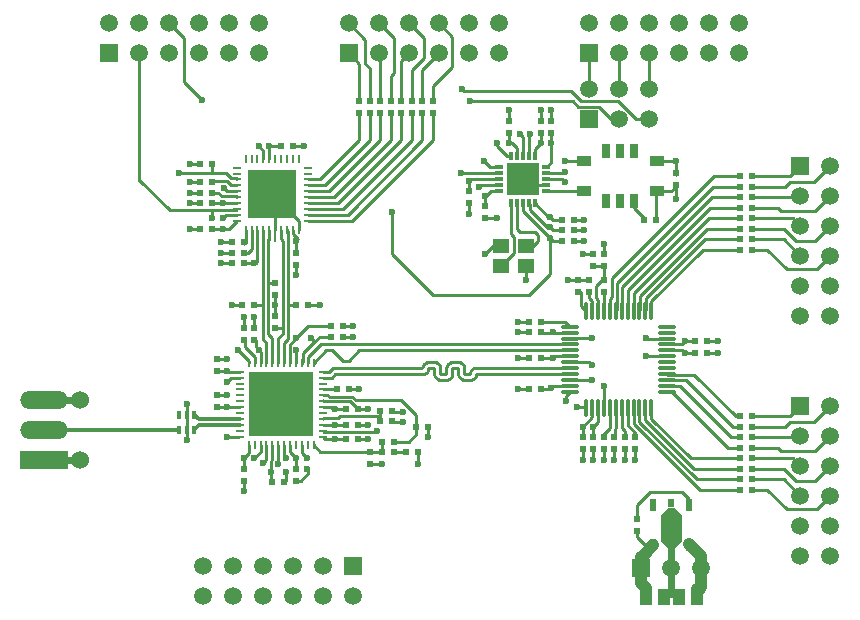
<source format=gtl>
%FSTAX23Y23*%
%MOIN*%
%SFA1B1*%

%IPPOS*%
%ADD10C,0.010000*%
%ADD11R,0.019685X0.023622*%
%ADD12R,0.023622X0.019685*%
%ADD13O,0.011811X0.064960*%
%ADD14O,0.064960X0.011811*%
%ADD15R,0.216535X0.216535*%
%ADD16R,0.009843X0.031496*%
%ADD17R,0.031496X0.009843*%
%ADD18R,0.161417X0.161417*%
%ADD19O,0.009843X0.031496*%
%ADD20O,0.031496X0.009843*%
%ADD21R,0.043307X0.055118*%
%ADD22R,0.055118X0.047244*%
%ADD23R,0.011811X0.031496*%
%ADD24R,0.031496X0.011811*%
%ADD25R,0.106299X0.106299*%
%ADD26R,0.029921X0.050394*%
%ADD27R,0.050394X0.037008*%
%ADD28R,0.023622X0.043307*%
%ADD29R,0.023622X0.031496*%
%ADD30O,0.159842X0.059842*%
%ADD31R,0.159842X0.059842*%
%ADD32R,0.013780X0.027559*%
%ADD33C,0.039370*%
%ADD34C,0.023622*%
%ADD35C,0.012047*%
%ADD36C,0.012323*%
%ADD37R,0.010000X0.050000*%
%ADD38R,0.059055X0.059055*%
%ADD39C,0.059055*%
%ADD40R,0.059055X0.059055*%
%ADD41C,0.023622*%
%ADD42C,0.060000*%
%ADD43C,0.019685*%
%LNpcb_sherpa_mk_ii-1*%
%LPD*%
G36*
X03805Y06255D02*
Y06168D01*
X03781Y06144*
X03757*
X03734Y06168*
Y06255*
X03757Y06278*
X03781*
X03805Y06255*
G37*
G54D10*
X03118Y06745D02*
D01*
X03116Y06745*
X03115Y06745*
X03114Y06745*
X03113Y06745*
X03111Y06744*
X0311Y06744*
X03109Y06743*
X03108Y06743*
X03107Y06742*
X03106Y06741*
X03105Y0674*
X03104Y06739*
X03103Y06738*
X03103Y06737*
X03102Y06736*
X03101Y06735*
X03101Y06734*
X031Y06733*
X031Y06732*
X031Y0673*
X031Y06729*
X031Y06728*
X031Y06727*
X03098Y06725D02*
D01*
X03098Y06725*
X03098Y06725*
X03098Y06725*
X03098Y06725*
X03098Y06725*
X03098Y06725*
X03098Y06726*
X03099Y06726*
X03099Y06726*
X03099Y06726*
X03099Y06726*
X03099Y06726*
X03099Y06726*
X03099Y06726*
X03099Y06726*
X03099Y06726*
X03099Y06727*
X03099Y06727*
X03099Y06727*
X03099Y06727*
X03099Y06727*
X03099Y06727*
X031Y06727*
X0308D02*
D01*
X0308Y06727*
X0308Y06727*
X0308Y06727*
X0308Y06727*
X0308Y06727*
X0308Y06726*
X0308Y06726*
X0308Y06726*
X0308Y06726*
X0308Y06726*
X0308Y06726*
X0308Y06726*
X0308Y06726*
X0308Y06726*
X03081Y06726*
X03081Y06725*
X03081Y06725*
X03081Y06725*
X03081Y06725*
X03081Y06725*
X03081Y06725*
X03081Y06725*
X03082Y06725*
X0308Y06743D02*
D01*
X03079Y06745*
X03079Y06746*
X03079Y06748*
X03079Y06749*
X03078Y06751*
X03078Y06752*
X03077Y06754*
X03076Y06755*
X03075Y06756*
X03074Y06757*
X03073Y06759*
X03072Y0676*
X03071Y06761*
X0307Y06762*
X03069Y06762*
X03067Y06763*
X03066Y06764*
X03064Y06764*
X03063Y06765*
X03061Y06765*
X0306Y06765*
X03058Y06765*
X03058Y06765*
X03042D02*
D01*
X0304Y06765*
X03038Y06765*
X03037Y06765*
X03035Y06764*
X03034Y06764*
X03033Y06763*
X03031Y06763*
X0303Y06762*
X03029Y06761*
X03027Y0676*
X03026Y06759*
X03025Y06758*
X03024Y06757*
X03023Y06756*
X03022Y06754*
X03022Y06753*
X03021Y06752*
X03021Y0675*
X0302Y06749*
X0302Y06747*
X0302Y06746*
X0302Y06744*
X0302Y06743*
X03018Y06725D02*
D01*
X03018Y06725*
X03018Y06725*
X03018Y06725*
X03018Y06725*
X03018Y06725*
X03018Y06725*
X03018Y06726*
X03019Y06726*
X03019Y06726*
X03019Y06726*
X03019Y06726*
X03019Y06726*
X03019Y06726*
X03019Y06726*
X03019Y06726*
X03019Y06726*
X03019Y06727*
X03019Y06727*
X03019Y06727*
X03019Y06727*
X03019Y06727*
X03019Y06727*
X0302Y06727*
X03D02*
D01*
X03Y06727*
X03Y06727*
X03Y06727*
X03Y06727*
X03Y06727*
X03Y06726*
X03Y06726*
X03Y06726*
X03Y06726*
X03Y06726*
X03Y06726*
X03Y06726*
X03Y06726*
X03Y06726*
X03001Y06726*
X03001Y06725*
X03001Y06725*
X03001Y06725*
X03001Y06725*
X03001Y06725*
X03001Y06725*
X03001Y06725*
X03002Y06725*
X03Y06743D02*
D01*
X02999Y06745*
X02999Y06746*
X02999Y06748*
X02999Y06749*
X02998Y06751*
X02998Y06752*
X02997Y06754*
X02996Y06755*
X02995Y06756*
X02994Y06757*
X02993Y06759*
X02992Y0676*
X02991Y06761*
X0299Y06762*
X02989Y06762*
X02987Y06763*
X02986Y06764*
X02984Y06764*
X02983Y06765*
X02981Y06765*
X0298Y06765*
X02978Y06765*
X02978Y06765*
X02962D02*
D01*
X0296Y06765*
X02958Y06765*
X02957Y06765*
X02955Y06764*
X02954Y06764*
X02953Y06763*
X02951Y06763*
X0295Y06762*
X02949Y06761*
X02947Y0676*
X02946Y06759*
X02945Y06758*
X02944Y06757*
X02943Y06756*
X02942Y06754*
X02942Y06753*
X02941Y06752*
X02941Y0675*
X0294Y06749*
X0294Y06747*
X0294Y06746*
X0294Y06745*
X03098Y06705D02*
D01*
X03099Y06705*
X03101Y06706*
X03102Y06706*
X03104Y06706*
X03105Y06707*
X03106Y06707*
X03108Y06708*
X03109Y06709*
X0311Y06709*
X03112Y0671*
X03113Y06711*
X03114Y06713*
X03115Y06714*
X03116Y06715*
X03117Y06716*
X03117Y06718*
X03118Y06719*
X03118Y0672*
X03119Y06722*
X03119Y06723*
X03119Y06725*
X03119Y06725*
X0306Y06727D02*
D01*
X0306Y06726*
X0306Y06724*
X0306Y06723*
X0306Y06721*
X03061Y0672*
X03061Y06718*
X03062Y06717*
X03063Y06716*
X03064Y06714*
X03065Y06713*
X03066Y06712*
X03067Y06711*
X03068Y0671*
X03069Y06709*
X03071Y06708*
X03072Y06708*
X03073Y06707*
X03075Y06706*
X03076Y06706*
X03078Y06706*
X03079Y06705*
X03081Y06705*
X03082Y06705*
X0306Y06743D02*
D01*
X03059Y06743*
X03059Y06744*
X03059Y06744*
X03059Y06744*
X03059Y06744*
X03059Y06744*
X03059Y06744*
X03059Y06744*
X03059Y06744*
X03059Y06745*
X03059Y06745*
X03059Y06745*
X03059Y06745*
X03059Y06745*
X03059Y06745*
X03058Y06745*
X03058Y06745*
X03058Y06745*
X03058Y06745*
X03058Y06745*
X03058Y06745*
X03058Y06745*
X03058Y06745*
X03042D02*
D01*
X03041Y06745*
X03041Y06745*
X03041Y06745*
X03041Y06745*
X03041Y06745*
X03041Y06745*
X03041Y06745*
X0304Y06745*
X0304Y06745*
X0304Y06745*
X0304Y06745*
X0304Y06745*
X0304Y06745*
X0304Y06744*
X0304Y06744*
X0304Y06744*
X0304Y06744*
X0304Y06744*
X0304Y06744*
X0304Y06744*
X0304Y06743*
X0304Y06743*
X0304Y06743*
X03018Y06705D02*
D01*
X03019Y06705*
X03021Y06706*
X03022Y06706*
X03024Y06706*
X03025Y06707*
X03026Y06707*
X03028Y06708*
X03029Y06709*
X0303Y06709*
X03032Y0671*
X03033Y06711*
X03034Y06713*
X03035Y06714*
X03036Y06715*
X03037Y06716*
X03037Y06718*
X03038Y06719*
X03038Y0672*
X03039Y06722*
X03039Y06723*
X03039Y06725*
X03039Y06727*
X0304Y06727*
X0298D02*
D01*
X0298Y06726*
X0298Y06724*
X0298Y06723*
X0298Y06721*
X02981Y0672*
X02981Y06718*
X02982Y06717*
X02983Y06716*
X02984Y06714*
X02985Y06713*
X02986Y06712*
X02987Y06711*
X02988Y0671*
X02989Y06709*
X02991Y06708*
X02992Y06708*
X02993Y06707*
X02995Y06706*
X02996Y06706*
X02998Y06706*
X02999Y06705*
X03001Y06705*
X03002Y06705*
X0298Y06743D02*
D01*
X02979Y06743*
X02979Y06744*
X02979Y06744*
X02979Y06744*
X02979Y06744*
X02979Y06744*
X02979Y06744*
X02979Y06744*
X02979Y06744*
X02979Y06745*
X02979Y06745*
X02979Y06745*
X02979Y06745*
X02979Y06745*
X02979Y06745*
X02978Y06745*
X02978Y06745*
X02978Y06745*
X02978Y06745*
X02978Y06745*
X02978Y06745*
X02978Y06745*
X02978Y06745*
X02962D02*
D01*
X02961Y06745*
X02961Y06745*
X02961Y06745*
X02961Y06745*
X02961Y06745*
X02961Y06745*
X02961Y06745*
X0296Y06745*
X0296Y06745*
X0296Y06745*
X0296Y06745*
X0296Y06745*
X0296Y06745*
X0296Y06744*
X0296Y06744*
X0296Y06744*
X0296Y06744*
X0296Y06744*
X0296Y06744*
X0296Y06744*
X0296Y06743*
X0296Y06743*
X0296Y06743*
X02942Y06725D02*
D01*
X02943Y06725*
X02944Y06725*
X02945Y06726*
X02946Y06726*
X02948Y06726*
X02949Y06727*
X0295Y06727*
X02951Y06728*
X02952Y06729*
X02953Y06729*
X02954Y0673*
X02955Y06731*
X02956Y06732*
X02956Y06733*
X02957Y06734*
X02958Y06735*
X02958Y06737*
X02959Y06738*
X02959Y06739*
X02959Y0674*
X02959Y06741*
X02959Y06743*
X0296Y06743*
X02155Y06539D02*
Y0659D01*
Y06505D02*
Y06539D01*
X0351Y07085D02*
X03545D01*
X03475Y07124D02*
X0351D01*
X03545D02*
Y0716D01*
X03539Y07039D02*
X03545D01*
Y07079*
X0213Y07395D02*
X02284D01*
X02239Y07395D02*
Y07425D01*
X02165D02*
X022D01*
X02706Y07236D02*
X02975Y07505D01*
X02558Y07236D02*
X02706D01*
X02691Y07256D02*
X0294Y07505D01*
X02558Y07256D02*
X02691D01*
X02675Y07275D02*
X02905Y07505D01*
X02558Y07275D02*
X02675D01*
X02558Y07295D02*
X0266D01*
X0287Y07505*
X02645Y07315D02*
X02835Y07505D01*
X02558Y07315D02*
X02645D01*
X0263Y07335D02*
X028Y07505D01*
X02615Y07335D02*
X0263D01*
X02614Y07334D02*
X02615Y07335D01*
X02558Y07334D02*
X02614D01*
X02615Y07355D02*
X02765Y07505D01*
X0259Y07355D02*
X02615D01*
X02589Y07354D02*
X0259Y07355D01*
X02558Y07354D02*
X02589D01*
X026Y07375D02*
X0273Y07505D01*
X02595Y07375D02*
X026D01*
X02594Y07374D02*
X02595Y07375D01*
X02558Y07374D02*
X02594D01*
X02284Y07395D02*
X02301Y07377D01*
X02318*
X02242Y07367D02*
X02289D01*
X02302Y07354*
X03118Y06745D02*
X03433D01*
X03082Y06725D02*
X03098D01*
X0308Y06727D02*
Y06743D01*
X03042Y06765D02*
X03058D01*
X0302Y06727D02*
Y06743D01*
X03002Y06725D02*
X03018D01*
X03Y06727D02*
Y06743D01*
X02962Y06765D02*
X02978D01*
X02641Y06745D02*
X0294D01*
X03119Y06725D02*
X03433D01*
X03082Y06705D02*
X03098D01*
X0306Y06727D02*
Y06743D01*
X03042Y06745D02*
X03058D01*
X0304Y06727D02*
Y06743D01*
X03002Y06705D02*
X03018D01*
X0298Y06727D02*
Y06743D01*
X02962Y06745D02*
X02978D01*
X0265Y06725D02*
X02942D01*
X02629Y06733D02*
X02641Y06745D01*
X02637Y06713D02*
X0265Y06725D01*
X02607Y06733D02*
X02629D01*
X03296Y07355D02*
X03353D01*
X02449Y07206D02*
Y07303D01*
X02345Y0688D02*
Y06915D01*
X03335Y07495D02*
Y0753D01*
X0252Y07055D02*
Y0709D01*
X0326Y06675D02*
X03295D01*
X02155Y0659D02*
Y06625D01*
X0318Y07155D02*
X0321D01*
X0315Y07125D02*
X0318Y07155D01*
X03285Y0704D02*
Y0709D01*
X03655Y06182D02*
Y06202D01*
Y06182D02*
X03694Y06142D01*
X03655Y06287D02*
X03699Y06332D01*
X03655Y06242D02*
Y06287D01*
X02508Y07191D02*
X02525Y07175D01*
X0252Y07129D02*
Y0717D01*
Y07125D02*
Y07129D01*
X0319Y07485D02*
Y07495D01*
X03071Y07675D02*
X03076Y0767D01*
X02095Y07895D02*
X02145Y07845D01*
Y077D02*
Y07845D01*
Y077D02*
X02205Y0764D01*
X0284Y07125D02*
Y07265D01*
Y07125D02*
X02975Y0699D01*
X03295*
X03365Y0706*
Y0718*
X031Y07635D02*
X03441D01*
X03076Y0767D02*
X03435D01*
X0347Y07634*
X03441Y07635D02*
X0346Y07615D01*
X0347Y07634D02*
X03592D01*
X0346Y07615D02*
X03529D01*
X03569Y07575*
X03592Y07634D02*
X03652Y07575D01*
X03695*
X03569D02*
X03595D01*
X02097Y07272D02*
X02318D01*
X0224Y07245D02*
Y07272D01*
X02Y0737D02*
X02097Y07272D01*
X01995Y0737D02*
Y07795D01*
X03221Y07453D02*
X03235D01*
X0319Y07485D02*
X03221Y07453D01*
X03875Y0714D02*
X04D01*
X03703Y06968D02*
X03875Y0714D01*
X03703Y06936D02*
Y06968D01*
X03882Y07175D02*
X04D01*
X03686Y06939D02*
Y06978D01*
X03882Y07175*
X0389Y0721D02*
X04D01*
X03666Y06986D02*
X0389Y0721D01*
X03666Y06939D02*
Y06986D01*
X03895Y07245D02*
X04D01*
X03644Y06994D02*
X03895Y07245D01*
X03644Y06936D02*
Y06994D01*
X039Y0728D02*
X04D01*
X03624Y07004D02*
X039Y0728D01*
X03624Y06936D02*
Y07004D01*
X03905Y07315D02*
X04D01*
X03604Y07014D02*
X03905Y07315D01*
X03604Y06936D02*
Y07014D01*
X03571Y07044D02*
X03912Y07385D01*
X0391Y0735D02*
X04D01*
X03587Y07027D02*
X0391Y0735D01*
X03587Y06939D02*
Y07027D01*
X03571Y06981D02*
Y07044D01*
X03683Y06936D02*
X03686Y06939D01*
X03663Y06936D02*
X03666Y06939D01*
X03505Y06937D02*
Y0697D01*
X03495Y0698D02*
X03505Y0697D01*
X03495Y0698D02*
Y07D01*
X03526Y06936D02*
Y06973D01*
X0352Y0698D02*
X03526Y06973D01*
X0352Y0698D02*
Y0702D01*
X03539Y07039*
X03565Y06975D02*
X03571Y06981D01*
X03912Y07385D02*
X04D01*
X03565Y06936D02*
Y06975D01*
X03585Y06936D02*
X03587Y06939D01*
X03835Y06445D02*
X04D01*
X03703Y06576D02*
X03835Y06445D01*
X03703Y06576D02*
Y06613D01*
X03845Y0641D02*
X04D01*
X03683Y06571D02*
X03845Y0641D01*
X03683Y06571D02*
Y06613D01*
X03663Y06566D02*
X03855Y06375D01*
X03644Y0656D02*
X03865Y0634D01*
X03663Y06566D02*
Y06613D01*
X03855Y06375D02*
X04D01*
X03644Y0656D02*
Y06613D01*
X03865Y0634D02*
X04D01*
X0365Y06514D02*
Y0653D01*
X03624Y06555D02*
X0365Y0653D01*
X03624Y06555D02*
Y06613D01*
X03585Y06545D02*
Y06613D01*
X03581Y06541D02*
X03585Y06545D01*
X03581Y06516D02*
Y06541D01*
X03615Y06514D02*
Y06535D01*
X03604Y06545D02*
X03615Y06535D01*
X03604Y06545D02*
Y06613D01*
X0358Y06514D02*
X03581Y06516D01*
X0355Y06529D02*
X03565Y06544D01*
X03475Y0655D02*
X03506Y06581D01*
X0351Y0655D02*
X03526Y06566D01*
X0365Y06514D02*
Y06525D01*
X0354Y06519D02*
X0355Y06529D01*
X03565Y06544D02*
Y06613D01*
X03506Y06553D02*
X0351Y0655D01*
X03526Y06566D02*
Y06618D01*
X03506Y06581D02*
Y06623D01*
X03985Y06585D02*
X04D01*
X03846Y06723D02*
X03985Y06585D01*
X03759Y06723D02*
X03846D01*
X0396Y0648D02*
X04D01*
X03773Y06666D02*
X0396Y0648D01*
X03756Y06666D02*
X03773D01*
X0397Y06515D02*
X04D01*
X03798Y06686D02*
X0397Y06515D01*
X03756Y06686D02*
X03798D01*
X03975Y0655D02*
X04D01*
X03818Y06706D02*
X03975Y0655D01*
X03756Y06706D02*
X03818D01*
X03756Y06725D02*
X03759Y06723D01*
X02975Y07505D02*
Y07595D01*
X0294Y07505D02*
Y07595D01*
X02905Y07505D02*
Y07595D01*
X0287Y07505D02*
Y07595D01*
X02765Y07505D02*
Y07595D01*
X028Y07505D02*
Y07595D01*
X02835Y07505D02*
Y07595D01*
X0273Y07505D02*
Y07595D01*
X02835Y0772D02*
X02845Y0773D01*
X03695Y07675D02*
Y07795D01*
X03595Y07675D02*
Y07795D01*
X03495Y07675D02*
Y07795D01*
X028Y07634D02*
Y0779D01*
X02795Y07795D02*
X028Y0779D01*
X0287Y07634D02*
Y0777D01*
X02895Y07795*
X0273Y07634D02*
Y0776D01*
X02695Y07795D02*
X0273Y0776D01*
X02765Y07634D02*
Y07745D01*
X0275Y0776D02*
X02765Y07745D01*
X0275Y0776D02*
Y0784D01*
X02695Y07895D02*
X0275Y0784D01*
X02795Y07895D02*
X02845Y07845D01*
Y0773D02*
Y07845D01*
X02835Y0772D02*
Y07634D01*
X0294D02*
Y0774D01*
X02995Y07795*
Y07895D02*
X0304Y0785D01*
X02975Y07634D02*
Y07685D01*
X0304Y0775D02*
Y0785D01*
X02975Y07685D02*
X0304Y0775D01*
X02905Y07634D02*
Y0774D01*
X02945Y0778*
Y07845*
X02895Y07895D02*
X02945Y07845D01*
X04039Y07315D02*
X04195D01*
X042Y0732*
X04039Y07245D02*
X04175D01*
X042Y0722*
X04039Y07385D02*
X04165D01*
X042Y0742*
X04039Y0735D02*
X0415D01*
X04165Y07365*
X04245*
X043Y0742*
X0425Y0727D02*
X043Y0732D01*
X04135Y0727D02*
X0425D01*
X04125Y0728D02*
X04135Y0727D01*
X04039Y0728D02*
X04125D01*
X04039Y07175D02*
X04145D01*
X042Y0712*
X04255Y07075D02*
X043Y0712D01*
X04039Y0714D02*
X0409D01*
X04155Y07075D02*
X04255D01*
X0409Y0714D02*
X04155Y07075D01*
X04039Y0721D02*
X04145D01*
X04185Y0717*
X0425*
X043Y0722*
X0425Y0637D02*
X043Y0642D01*
X04185Y0637D02*
X0425D01*
X04145Y0641D02*
X04185Y0637D01*
X04039Y0641D02*
X04145D01*
X0409Y0634D02*
X04155Y06275D01*
X04255*
X04039Y0634D02*
X0409D01*
X04255Y06275D02*
X043Y0632D01*
X04145Y06375D02*
X042Y0632D01*
X04039Y06375D02*
X04145D01*
X04039Y0648D02*
X04125D01*
X04135Y0647*
X0425*
X043Y0652*
X04245Y06565D02*
X043Y0662D01*
X04165Y06565D02*
X04245D01*
X0415Y0655D02*
X04165Y06565D01*
X04039Y0655D02*
X0415D01*
X04165Y06585D02*
X042Y0662D01*
X04039Y06585D02*
X04165D01*
X04175Y06445D02*
X042Y0642D01*
X04039Y06445D02*
X04175D01*
X04195Y06515D02*
X042Y0652D01*
X04039Y06515D02*
X04195D01*
X0365Y0644D02*
Y06475D01*
X03615Y0644D02*
Y06475D01*
X0358Y0644D02*
Y06475D01*
X03145Y07435D02*
X03165Y07414D01*
X03196*
X0307Y07395D02*
X0315Y07394D01*
X03196*
X03095Y0737D02*
X031Y07375D01*
X0313Y0735D02*
X03135Y07355D01*
X03196*
X0315Y07284D02*
Y07315D01*
X03155Y07245D02*
X03189D01*
X0315Y07315D02*
X0317Y07335D01*
X03405Y07375D02*
X03415Y07365D01*
X03353Y07375D02*
X03405D01*
X02842Y06565D02*
X02875D01*
X03294Y07453D02*
Y07519D01*
X033Y07525*
X02318Y07272D02*
X02321Y07275D01*
X03275Y07453D02*
Y07515D01*
X03265Y07525D02*
X03275Y07515D01*
X03314Y07296D02*
X0336Y0725D01*
X03365*
X03375Y0724D02*
X03405D01*
X03365Y0725D02*
X03375Y0724D01*
X0256Y06394D02*
Y06405D01*
X02535Y0637D02*
X0256Y06394D01*
X0252Y0637D02*
X02535D01*
X0241Y0643D02*
X02419Y06439D01*
Y06485*
X0242Y06487*
X02485Y0637D02*
Y064D01*
X02435Y0637D02*
X0244Y06365D01*
X02435Y0637D02*
Y064D01*
Y06435*
X0244Y0644D02*
Y06487D01*
X02435Y06435D02*
X0244Y0644D01*
X0229Y06515D02*
X0233D01*
X0243Y07485D02*
X0247D01*
X03314Y07475D02*
X03334Y07495D01*
X03314Y07453D02*
Y07475D01*
X0323Y07495D02*
X0324D01*
X03255Y07479*
Y07453D02*
Y07479D01*
X03353Y07394D02*
X03414D01*
X03416Y069D02*
X03433Y06883D01*
X03334Y069D02*
X03416D01*
X0326D02*
X03295D01*
X03545Y0644D02*
Y06475D01*
X03545Y06996D02*
X0355Y07D01*
X03545Y06936D02*
Y06996D01*
X02165Y07365D02*
X022D01*
X02318Y07377D02*
X02321Y07374D01*
X02302Y07354D02*
X02321D01*
X02239Y07365D02*
X02242Y07367D01*
X02165Y0733D02*
X022D01*
X02239D02*
X0226D01*
X02272Y07317*
X02319*
X02321Y07315*
X0228Y07345D02*
X0229Y07334D01*
X02321*
X02305Y06955D02*
X0234D01*
X02559D02*
X02597D01*
X02492Y06842D02*
Y07203D01*
X02495Y06955D02*
X0252D01*
X02408Y06841D02*
Y07206D01*
X02379Y06955D02*
X02405D01*
X02475Y0686D02*
Y0717D01*
X0245Y0688D02*
X02472D01*
X02425Y0686D02*
Y07175D01*
X02428Y07029D02*
X0245D01*
X02489Y07206D02*
X02492Y07203D01*
X02408Y07204D02*
X0241Y07206D01*
X0248Y0683D02*
X02492Y06842D01*
X0246Y06845D02*
X02475Y0686D01*
X02408Y06841D02*
X0242Y0683D01*
X02469Y07175D02*
Y07206D01*
Y07175D02*
X02475Y0717D01*
X0243Y07175D02*
Y07206D01*
X02425Y0717D02*
X0243Y07175D01*
X0245Y06919D02*
Y0699D01*
X0246Y06791D02*
Y06845D01*
X0244Y06763D02*
Y06845D01*
X02425Y0686D02*
X0244Y06845D01*
X0227Y0713D02*
X02305D01*
X02385Y07095D02*
X0239Y071D01*
X02344Y0713D02*
X0236D01*
X02371Y07141*
Y07206*
X0227Y07165D02*
X02305D01*
X02351Y07161D02*
Y07206D01*
X02344Y0716D02*
X02346Y07161D01*
X02325Y06805D02*
X02361Y06768D01*
Y06762D02*
Y06768D01*
X0235Y06815D02*
Y0684D01*
Y06815D02*
X02381Y06783D01*
Y06762D02*
Y06783D01*
X02345Y06915D02*
D01*
X0252Y06409D02*
Y06445D01*
X02345Y06409D02*
Y06445D01*
X02361Y06461*
Y06487*
X02401Y06466D02*
Y06487D01*
X0238Y06445D02*
X02401Y06466D01*
X02538Y06461D02*
X02555Y06445D01*
X02538Y06461D02*
Y06487D01*
X02479Y0645D02*
Y06487D01*
Y0645D02*
X02485Y06445D01*
X0246Y06455D02*
Y06487D01*
X0246Y06425D02*
X0246Y06455D01*
X02499Y06465D02*
X0252Y06445D01*
X02499Y06465D02*
Y06487D01*
X0347Y06953D02*
Y07D01*
Y06953D02*
X03486Y06936D01*
X0346Y07039D02*
X03495D01*
X03425D02*
X0346D01*
X02765Y06425D02*
X02805D01*
X02578Y06487D02*
X026Y06464D01*
X02765*
X0292Y06525D02*
Y0655D01*
X02895Y065D02*
X0292Y06525D01*
X02844Y065D02*
X02895D01*
X02765Y06465D02*
X02805D01*
Y065D01*
X02844Y06465D02*
X02885D01*
X02924Y06425D02*
Y06465D01*
X0342Y06653D02*
X03433Y06666D01*
X0342Y06635D02*
Y06653D01*
X0292Y0655D02*
Y06589D01*
X0287Y0664D02*
X0292Y06589D01*
X02717Y0664D02*
X0287D01*
X0296Y06515D02*
Y06549D01*
X02706Y0665D02*
X02717Y0664D01*
X0263Y0665D02*
X02706D01*
X02626Y06654D02*
X0263Y0665D01*
X02607Y06654D02*
X02626D01*
X02607Y06674D02*
X02654D01*
X02699Y06634D02*
X02724Y0661D01*
X02607Y06634D02*
X02699D01*
X02639Y0661D02*
X0269D01*
X02634Y06615D02*
X02639Y0661D01*
X02607Y06615D02*
X02634D01*
X02665Y06585D02*
X028D01*
X02657Y06577D02*
X02665Y06585D01*
X02609Y06577D02*
X02657D01*
X0238Y06879D02*
Y06915D01*
X02395Y06805D02*
X02401Y06798D01*
X02385Y06815D02*
X02395Y06805D01*
X02401Y06762D02*
Y06798D01*
X02385Y06815D02*
Y0684D01*
X02165Y0721D02*
X022D01*
X02165Y07295D02*
X022D01*
X02239Y0721D02*
D01*
X02275*
X02295*
X02321Y07236*
X02286Y07256D02*
X02321D01*
X02275Y07245D02*
X02286Y07256D01*
X0224Y07295D02*
X02321D01*
X02395Y07485D02*
X0241Y07469D01*
Y07443D02*
Y07469D01*
X0243Y07443D02*
X0243Y07443D01*
X0243Y07443D02*
Y07485D01*
X02509D02*
X02545D01*
X0227Y07095D02*
X02305D01*
X02349D02*
X02385D01*
X0239Y071D02*
Y07206D01*
X0284Y066D02*
X02875D01*
X0351Y0644D02*
Y06475D01*
X03889Y06795D02*
X03925D01*
X03889Y06835D02*
X03925D01*
X03785Y0731D02*
Y0735D01*
X0337Y07569D02*
Y07605D01*
X03353Y07414D02*
X0337Y0743D01*
Y0753*
X03785Y07389D02*
Y07435D01*
X03722Y07335D02*
X03769D01*
X03785Y0735*
X0323Y07495D02*
Y0753D01*
Y07569D02*
Y07605D01*
X03095Y0726D02*
Y07295D01*
Y07334D02*
Y0737D01*
X031Y07375D02*
X03196D01*
X0317Y07335D02*
X03196D01*
X03444Y0724D02*
X0348D01*
X03444Y07205D02*
X0348D01*
X03444Y0717D02*
X0348D01*
X03297Y07272D02*
Y07293D01*
Y07272D02*
X03355Y07215D01*
X03365*
X03375Y07205*
X03405*
X03365Y0718D02*
X03375Y0717D01*
X03405*
X03294Y07296D02*
X03297Y07293D01*
X03275Y0727D02*
Y07296D01*
Y0727D02*
X03365Y0718D01*
X03722Y07435D02*
X03785D01*
X0342D02*
X03477D01*
X03334Y07569D02*
Y07605D01*
X028Y06567D02*
Y06602D01*
X02607Y06575D02*
X02609Y06577D01*
X03475Y0644D02*
Y06475D01*
X0351Y06514D02*
Y0655D01*
X03475Y06514D02*
Y0655D01*
X02694Y06675D02*
X0273D01*
X03376Y06686D02*
X03433D01*
X03365Y06675D02*
X03376Y06686D01*
X03329Y06675D02*
X03365D01*
X0326Y06865D02*
X033D01*
X03339D02*
X03341Y06863D01*
X03433*
X03379Y06784D02*
X03433D01*
X03375Y0678D02*
X03379Y06784D01*
X03339Y0678D02*
X03375D01*
X03815Y06835D02*
X0385D01*
X03815Y06795D02*
X0385D01*
X03805Y06804D02*
X03815Y06795D01*
X03756Y06804D02*
X0381D01*
X03804Y06824D02*
X03815Y06835D01*
X03756Y06824D02*
X03809D01*
X03756Y06843D02*
X0378D01*
X02254Y06655D02*
X0229D01*
X02254Y06735D02*
X0229D01*
X02254Y06615D02*
X0229D01*
X02255Y06774D02*
X0229D01*
X0229Y06615D02*
X02332D01*
X0229Y067D02*
X02303Y06713D01*
X02332*
X02291Y06733D02*
X02332D01*
X02345Y06335D02*
Y0637D01*
X03485Y06615D02*
X03486Y06613D01*
X03455Y06615D02*
X03485D01*
X03434Y06845D02*
X03505D01*
X03686Y06843D02*
X03756D01*
X03685Y06784D02*
X03756D01*
X03545Y06614D02*
Y06685D01*
X03434Y06705D02*
X03505D01*
X02724Y0651D02*
X0276D01*
X02607Y06516D02*
X02614Y0651D01*
X02685*
X02628Y06532D02*
X02787D01*
X02628Y06532D02*
X02628Y06532D01*
X02611Y06532D02*
X02628D01*
X02607Y06536D02*
X02611Y06532D01*
X02787Y06532D02*
X0279Y06535D01*
X02607Y06634D02*
X0261Y06637D01*
X02724Y0661D02*
X02759D01*
X02724Y06555D02*
X0276D01*
X02607Y06556D02*
X02608Y06555D01*
X02685*
X02607Y06536D02*
X0261Y06534D01*
X0256Y06885D02*
X02635D01*
X0252Y06845D02*
X0256Y06885D01*
X02674Y0685D02*
X0271D01*
X02674Y06885D02*
X0271D01*
X02497Y06822D02*
X0252Y06845D01*
X0258Y06832D02*
X02597Y0685D01*
X02542Y06795D02*
X0258Y06832D01*
Y06835*
X0257Y06845D02*
X0258Y06835D01*
X02508Y07191D02*
Y07206D01*
X02597Y0685D02*
X02635D01*
X02542Y06766D02*
Y06795D01*
X02538Y06762D02*
X02542Y06766D01*
X02497Y06765D02*
Y06822D01*
Y06765D02*
X02499Y06762D01*
X02519D02*
X0252Y06763D01*
Y06805*
X02519Y06762D02*
Y06781D01*
X02504Y0726D02*
X02528Y07236D01*
Y07206D02*
Y07236D01*
X03494Y06765D02*
X03505Y06755D01*
X03433Y06765D02*
X03494D01*
X0326Y0678D02*
X033D01*
X0242Y06762D02*
Y0683D01*
X0246Y06791D02*
X0246Y06791D01*
Y06762D02*
Y06791D01*
X0248Y068D02*
Y0683D01*
X02479Y06799D02*
X0248Y068D01*
X02479Y06762D02*
Y06799D01*
X03403Y06824D02*
X03433D01*
X03402Y06825D02*
X03403Y06824D01*
X03395Y06804D02*
X03433D01*
X03394Y06805D02*
X03395Y06804D01*
X0168Y0654D02*
X0168Y06539D01*
X03255Y07209D02*
Y07296D01*
Y07209D02*
X03265Y072D01*
X03315*
X03325Y0717D02*
Y0719D01*
X03315Y072D02*
X03325Y0719D01*
X03235Y07191D02*
X03245Y07182D01*
Y07127D02*
Y07182D01*
X03235Y07191D02*
Y07295D01*
X03719Y07332D02*
X03722Y07335D01*
X03719Y07245D02*
Y07332D01*
X03646Y07279D02*
X0368Y07245D01*
X03646Y07302D02*
Y07279D01*
X03235Y07295D02*
X03235Y07296D01*
X03286Y07153D02*
X03308D01*
X03325Y0717*
X03203Y07086D02*
X03245Y07127D01*
X03353Y07335D02*
X03354Y07335D01*
X03477*
X03699Y06332D02*
X03804D01*
X03669Y06115D02*
X03694Y0614D01*
Y06142*
X03828Y06156D02*
X03829Y06157D01*
X03804Y06332D02*
X03828Y06308D01*
Y06288D02*
Y06308D01*
X02607Y06713D02*
X02608Y06713D01*
X02632*
X02632Y06713*
X02637*
X02558Y06762D02*
Y06781D01*
X02602Y06825*
X03433*
X03394Y06805D02*
X03433D01*
X02695Y0677D02*
X0273Y06805D01*
X03394*
X02578Y06762D02*
X0262Y06805D01*
X0264*
X02675Y0677*
X02695*
G54D11*
X0351Y07085D03*
Y07124D03*
X03545D03*
Y07085D03*
X02975Y07595D03*
Y07634D03*
X02765Y07595D03*
Y07634D03*
X03495Y07D03*
Y07039D03*
X02835Y07595D03*
Y07634D03*
X0273Y07595D03*
Y07634D03*
X0245Y06919D03*
Y0688D03*
X028Y07595D03*
Y07634D03*
X0245Y0699D03*
Y07029D03*
X0287Y07595D03*
Y07634D03*
X0238Y06879D03*
Y0684D03*
X02255Y06654D03*
Y06615D03*
Y06774D03*
Y06735D03*
X0252Y0637D03*
Y06409D03*
X02345Y0637D03*
Y06409D03*
X02905Y07595D03*
Y07634D03*
X0294Y07595D03*
Y07634D03*
X0252Y0709D03*
Y07129D03*
X02765Y06464D03*
Y06425D03*
X02345Y0684D03*
Y06879D03*
X03545Y06475D03*
Y06514D03*
X0358Y06475D03*
Y06514D03*
X03615Y06475D03*
Y06514D03*
X0315Y07245D03*
Y07284D03*
X03095Y07295D03*
Y07334D03*
X0323Y07569D03*
Y0753D03*
X0365Y06475D03*
Y06514D03*
X03545Y07039D03*
Y07D03*
X0346D03*
Y07039D03*
X03475Y06475D03*
Y06514D03*
X0351Y06475D03*
Y06514D03*
X03335Y07569D03*
Y0753D03*
X0337Y07569D03*
Y0753D03*
X03785Y07355D03*
Y07394D03*
X03654Y06202D03*
Y06242D03*
G54D12*
X022Y07425D03*
X02239D03*
X04Y07385D03*
X0404D03*
X04Y0735D03*
X0404D03*
X02559Y06955D03*
X0252D03*
X022Y07365D03*
X02239D03*
X022Y0733D03*
X02239D03*
X02344Y07165D03*
X02305D03*
Y0713D03*
X02344D03*
X0234Y06955D03*
X02379D03*
X02674Y0685D03*
X02635D03*
X02724Y0661D03*
X02685D03*
X02674Y06885D03*
X02635D03*
X02724Y06555D03*
X02685D03*
X02724Y0651D03*
X02685D03*
X02479Y06365D03*
X0244D03*
X022Y0721D03*
X02239D03*
X022Y07295D03*
X02239D03*
X02509Y07485D03*
X0247D03*
X02305Y07095D03*
X02344D03*
X03334Y069D03*
X03295D03*
X04Y0728D03*
X0404D03*
X02655Y06675D03*
X02694D03*
X04Y07245D03*
X0404D03*
X04Y0721D03*
X0404D03*
X04Y07315D03*
X0404D03*
X02844Y065D03*
X02805D03*
X04Y07175D03*
X0404D03*
X02805Y06465D03*
X02844D03*
X0292Y0655D03*
X02959D03*
X04Y0714D03*
X0404D03*
X04Y06585D03*
X04039D03*
X02885Y06465D03*
X02924D03*
X04Y0655D03*
X04039D03*
X04Y06515D03*
X04039D03*
X04Y0648D03*
X04039D03*
X04Y06445D03*
X04039D03*
X04Y0641D03*
X04039D03*
X04Y06375D03*
X04039D03*
X04Y0634D03*
X04039D03*
X03889Y06835D03*
X0385D03*
X03889Y06795D03*
X0385D03*
X03295Y0678D03*
X03334D03*
X03295Y06675D03*
X03334D03*
X03295Y06865D03*
X03334D03*
X028Y06567D03*
X02839D03*
Y06602D03*
X028D03*
X03405Y0724D03*
X03444D03*
X03405Y07205D03*
X03444D03*
X03405Y0717D03*
X03444D03*
X03719Y0724D03*
X0368D03*
G54D13*
X03486Y06936D03*
X03506D03*
X03526D03*
X03545D03*
X03565D03*
X03585D03*
X03604D03*
X03624D03*
X03644D03*
X03663D03*
X03683D03*
X03703D03*
Y06613D03*
X03683D03*
X03663D03*
X03644D03*
X03624D03*
X03604D03*
X03585D03*
X03565D03*
X03545D03*
X03526D03*
X03506D03*
X03486D03*
G54D14*
X03756Y06883D03*
Y06863D03*
Y06843D03*
Y06824D03*
Y06804D03*
Y06784D03*
Y06765D03*
Y06745D03*
Y06725D03*
Y06706D03*
Y06686D03*
Y06666D03*
X03433D03*
Y06686D03*
Y06706D03*
Y06725D03*
Y06745D03*
Y06765D03*
Y06784D03*
Y06804D03*
Y06824D03*
Y06843D03*
Y06863D03*
Y06883D03*
G54D15*
X0247Y06625D03*
G54D16*
X02361Y06762D03*
X02381D03*
X02401D03*
X0242D03*
X0244D03*
X0246D03*
X02479D03*
X02499D03*
X02519D03*
X02538D03*
X02558D03*
X02578D03*
Y06487D03*
X02558D03*
X02538D03*
X02519D03*
X02499D03*
X02479D03*
X0246D03*
X0244D03*
X0242D03*
X02401D03*
X02381D03*
X02361D03*
G54D17*
X02607Y06733D03*
Y06713D03*
Y06693D03*
Y06674D03*
Y06654D03*
Y06634D03*
Y06615D03*
Y06595D03*
Y06575D03*
Y06556D03*
Y06536D03*
Y06516D03*
X02332D03*
Y06536D03*
Y06556D03*
Y06575D03*
Y06595D03*
Y06615D03*
Y06634D03*
Y06654D03*
Y06674D03*
Y06693D03*
Y06713D03*
Y06733D03*
G54D18*
X0244Y07325D03*
G54D19*
X02528Y07206D03*
X02508D03*
X02489D03*
X02469D03*
X02449D03*
X0243D03*
X0241D03*
X0239D03*
X02371D03*
X02351D03*
Y07443D03*
X02371D03*
X0239D03*
X0241D03*
X0243D03*
X02449D03*
X02469D03*
X02489D03*
X02508D03*
X02528D03*
G54D20*
X02321Y07236D03*
Y07256D03*
Y07275D03*
Y07295D03*
Y07315D03*
Y07334D03*
Y07354D03*
Y07374D03*
Y07393D03*
Y07413D03*
X02558D03*
Y07393D03*
Y07374D03*
Y07354D03*
Y07334D03*
Y07315D03*
Y07295D03*
Y07275D03*
Y07256D03*
Y07236D03*
G54D21*
X03795Y05982D03*
X03854D03*
X03744D03*
X03685D03*
G54D22*
X03203Y07086D03*
X03286D03*
Y07153D03*
X03203D03*
G54D23*
X03235Y07296D03*
X03255D03*
X03275D03*
X03294D03*
X03314D03*
Y07453D03*
X03294D03*
X03275D03*
X03255D03*
X03235D03*
G54D24*
X03353Y07335D03*
Y07355D03*
Y07375D03*
Y07394D03*
Y07414D03*
X03196D03*
Y07394D03*
Y07375D03*
Y07355D03*
Y07335D03*
G54D25*
X03275Y07375D03*
G54D26*
X03646Y07467D03*
X036D03*
X03553D03*
Y07302D03*
X036D03*
X03646D03*
G54D27*
X03477Y07435D03*
Y07335D03*
X03722D03*
Y07435D03*
G54D28*
X03828Y06288D03*
X0371D03*
X03828Y06156D03*
X0371D03*
G54D29*
X03769Y06294D03*
Y0615D03*
G54D30*
X0168Y0664D03*
Y0654D03*
G54D31*
X0168Y0644D03*
G54D32*
X02129Y0659D03*
X02155D03*
X0218D03*
Y06539D03*
X02155D03*
X02129D03*
G54D33*
X03869Y06014D02*
Y06117D01*
X03861Y06006D02*
X03869Y06014D01*
X03854Y06006D02*
X03861D01*
X03669Y06027D02*
X03685Y06011D01*
X03669Y06027D02*
Y06115D01*
X03854Y06006D02*
Y06007D01*
X03674Y0612D02*
X0371Y06156D01*
X0383Y06157D02*
X03869Y06117D01*
G54D34*
X0168Y0644D02*
X018D01*
X0168Y0664D02*
X018D01*
X03769Y05992D02*
Y0615D01*
G54D35*
X01675Y06539D02*
X02129D01*
G54D36*
X02196Y06555D02*
X02332D01*
X0218Y06539D02*
X02196Y06555D01*
X02332D02*
X02332Y06555D01*
X0218Y0659D02*
X02194Y06576D01*
X0233*
X02332Y06575*
G54D37*
X0245Y0719D03*
G54D38*
X03495Y07575D03*
X0271Y06085D03*
X01895Y07795D03*
X02695D03*
X03495D03*
X03669Y06077D03*
G54D39*
X03495Y07675D03*
X03595Y07575D03*
Y07675D03*
X03695Y07575D03*
Y07675D03*
X0261Y06085D03*
X0251D03*
X0241D03*
X0231D03*
X0221D03*
X0271Y05985D03*
X0261D03*
X0251D03*
X0241D03*
X0231D03*
X0221D03*
X01995Y07795D03*
X02095D03*
X02195D03*
X02295D03*
X02395D03*
X01895Y07895D03*
X01995D03*
X02095D03*
X02195D03*
X02295D03*
X02395D03*
X02795Y07795D03*
X02895D03*
X02995D03*
X03095D03*
X03195D03*
X02695Y07895D03*
X02795D03*
X02895D03*
X02995D03*
X03095D03*
X03195D03*
X03595Y07795D03*
X03695D03*
X03795D03*
X03895D03*
X03995D03*
X03495Y07895D03*
X03595D03*
X03695D03*
X03795D03*
X03895D03*
X03995D03*
X03769Y06077D03*
X03869D03*
X042Y0732D03*
Y0722D03*
Y0712D03*
Y0702D03*
Y0692D03*
X043Y0742D03*
Y0732D03*
Y0722D03*
Y0712D03*
Y0702D03*
Y0692D03*
X042Y0652D03*
Y0642D03*
Y0632D03*
Y0622D03*
Y0612D03*
X043Y0662D03*
Y0652D03*
Y0642D03*
Y0632D03*
Y0622D03*
Y0612D03*
G54D40*
X042Y0742D03*
Y0662D03*
G54D41*
X03475Y07125D03*
X03545Y0716D03*
X02165Y07425D03*
X02155Y06505D03*
Y06625D03*
X0315Y07125D03*
X03285Y0704D03*
X03375Y0678D03*
X0326D03*
X03505Y06755D03*
X0252Y06805D03*
Y06845D03*
Y0717D03*
X0257Y06845D03*
X0252Y07055D03*
X0271Y06885D03*
Y0685D03*
X0265Y0661D03*
Y06555D03*
X02759Y0661D03*
X0276Y06555D03*
X0279Y06535D03*
X0276Y06507D03*
X0265D03*
X03505Y06705D03*
X03545Y06685D03*
X03685Y06785D03*
Y06845D03*
X03505D03*
X03455Y06615D03*
X0252Y06445D03*
X02555Y0641D03*
X02345Y06445D03*
Y06335D03*
X0229Y06615D03*
Y06735D03*
Y067D03*
Y06775D03*
Y06655D03*
X03925Y06835D03*
Y06795D03*
X03815Y06835D03*
Y06795D03*
X0326Y06865D03*
X0337Y0668D03*
X0326Y06675D03*
X03475Y0655D03*
X0351D03*
X03475Y0644D03*
X0351D03*
X02875Y066D03*
X03415Y07435D03*
X03785D03*
X03365Y0718D03*
Y07215D03*
X0348Y0724D03*
Y07205D03*
Y0717D03*
X0315Y0732D03*
X03095Y0737D03*
X0319Y07245D03*
X03095Y0726D03*
X02275Y0721D03*
Y07295D03*
X0243Y07485D03*
X0238Y07095D03*
X03785Y0731D03*
X0227Y07095D03*
X02545Y07485D03*
X02395D03*
X02275Y07245D03*
X02165Y0721D03*
X02165Y07295D03*
X02485Y064D03*
X02435D03*
X02395Y06805D03*
X0238Y06915D03*
X0296Y06515D03*
X0342Y06635D03*
X02805Y06425D03*
X02925D03*
X03425Y0704D03*
X0238Y06445D03*
X02555D03*
X0246Y06425D03*
X02485Y06445D03*
X02345Y06915D03*
X02325Y06805D03*
X0227Y07165D03*
Y0713D03*
X0245Y06955D03*
X02305D03*
X02597D03*
X0228Y07345D03*
X02165Y0733D03*
X0213Y07395D03*
X02165Y07365D03*
X03545Y0644D03*
X0326Y069D03*
X03415Y074D03*
X0229Y06515D03*
X0241Y0643D03*
X03365Y0725D03*
X0224Y07245D03*
X02875Y06565D03*
X03415Y07365D03*
X0313Y0735D03*
X0307Y07395D03*
X0358Y0644D03*
X03615D03*
X0365D03*
X0273Y06675D03*
X0284Y07265D03*
X02205Y0764D03*
X03375Y06865D03*
X03145Y07435D03*
X0337Y07495D03*
X03335D03*
X0337Y07605D03*
X03335D03*
X033Y07525D03*
X03265D03*
X0323Y07605D03*
X0319Y07495D03*
X0323D03*
X031Y07635D03*
X03071Y07675D03*
G54D42*
X018Y0644D03*
Y0664D03*
G54D43*
X02375Y07389D03*
X02418D03*
X02461D03*
X02504D03*
X02375Y07346D03*
X02418D03*
X02461D03*
X02504D03*
X02375Y07303D03*
X02418D03*
X02461D03*
X02504D03*
X02375Y0726D03*
X02418D03*
X02461D03*
X02504D03*
X03253Y07353D03*
Y07396D03*
X03296Y07353D03*
Y07396D03*
M02*
</source>
